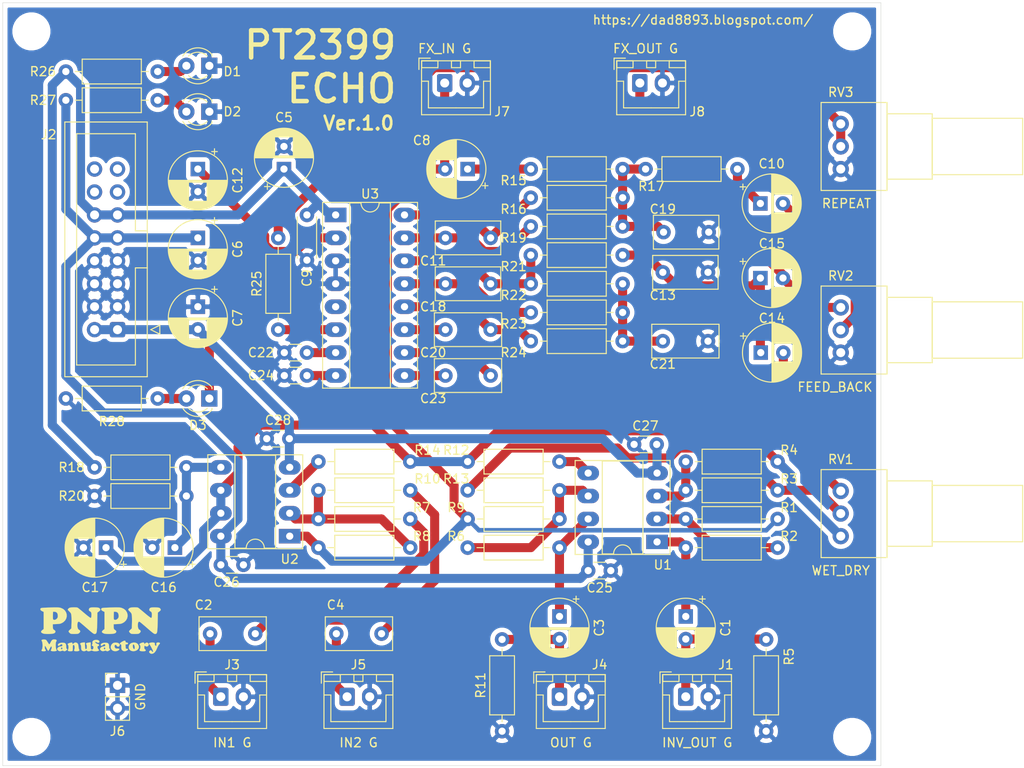
<source format=kicad_pcb>
(kicad_pcb (version 20171130) (host pcbnew "(5.1.10)-1")
  (title_block (title PT2399_Echo) (date 2021-07-11) (rev "Ver. 1.0") (company "PNPN Manufactory"))
  (layers (0 F.Cu signal) (31 B.Cu signal) (34 B.Paste user) (35 F.Paste user) (36 B.SilkS user) (37 F.SilkS user) (38 B.Mask user) (39 F.Mask user) (44 Edge.Cuts user))
  (net 0 "")
  (net 1 "Net-(C1-Pad2)")
  (net 2 "Net-(C1-Pad1)")
  (net 3 "Net-(C2-Pad2)")
  (net 4 "Net-(C2-Pad1)")
  (net 5 "Net-(C3-Pad2)")
  (net 6 "Net-(C3-Pad1)")
  (net 7 "Net-(C4-Pad2)")
  (net 8 "Net-(C4-Pad1)")
  (net 9 GND)
  (net 10 +5V)
  (net 11 +12V)
  (net 12 -12V)
  (net 13 FX_IN)
  (net 14 "Net-(C8-Pad1)")
  (net 15 "Net-(C10-Pad2)")
  (net 16 "Net-(C10-Pad1)")
  (net 17 "Net-(C11-Pad2)")
  (net 18 "Net-(C11-Pad1)")
  (net 19 "Net-(C12-Pad1)")
  (net 20 "Net-(C13-Pad2)")
  (net 21 "Net-(C14-Pad2)")
  (net 22 "Net-(C14-Pad1)")
  (net 23 "Net-(C15-Pad2)")
  (net 24 "Net-(C16-Pad1)")
  (net 25 "Net-(C18-Pad2)")
  (net 26 "Net-(C18-Pad1)")
  (net 27 "Net-(C20-Pad2)")
  (net 28 "Net-(C20-Pad1)")
  (net 29 "Net-(C21-Pad1)")
  (net 30 "Net-(C22-Pad1)")
  (net 31 "Net-(C23-Pad2)")
  (net 32 "Net-(C23-Pad1)")
  (net 33 "Net-(C24-Pad1)")
  (net 34 "Net-(D1-Pad2)")
  (net 35 "Net-(D2-Pad2)")
  (net 36 "Net-(D3-Pad2)")
  (net 37 "Net-(R1-Pad1)")
  (net 38 FX_OUT)
  (net 39 "Net-(R3-Pad1)")
  (net 40 "Net-(R13-Pad1)")
  (net 41 "Net-(R10-Pad1)")
  (net 42 "Net-(R12-Pad1)")
  (net 43 "Net-(R14-Pad1)")
  (net 44 "Net-(R25-Pad2)")
  (net 45 "Net-(R25-Pad1)")
  (net 46 VGND)
  (module myfootprint:Silk_PNPN_Manufactory_600dpi (layer F.Cu) (at 103.505 121.92)
    (fp_text reference G*** hide)
    (fp_text value LOGO hide)
  )
  (module Capacitor_THT:CP_Radial_D6.3mm_P2.50mm (layer F.Cu) (at 144.145 71.12 180)
    (fp_text reference C8 (at 5.08 3.175) (layer F.SilkS))
    (fp_text value 1u)
    (pad 2 thru_hole circle (at 2.5 0 180) (size 1.6 1.6) (drill 0.8) (layers *.Cu *.Mask) (net 13 FX_IN))
    (pad 1 thru_hole rect (at 0 0 180) (size 1.6 1.6) (drill 0.8) (layers *.Cu *.Mask) (net 14 "Net-(C8-Pad1)"))
  )
  (module Resistor_THT:R_Axial_DIN0207_L6.3mm_D2.5mm_P10.16mm_Horizontal (layer F.Cu) (at 168.275 103.505)
    (fp_text reference R4 (at 11.43 -1.27) (layer F.SilkS))
    (fp_text value 47k)
    (pad 2 thru_hole oval (at 10.16 0) (size 1.6 1.6) (drill 0.8) (layers *.Cu *.Mask) (net 46 VGND))
    (pad 1 thru_hole circle (at 0 0) (size 1.6 1.6) (drill 0.8) (layers *.Cu *.Mask) (net 39 "Net-(R3-Pad1)"))
  )
  (module Capacitor_THT:C_Rect_L7.2mm_W3.5mm_P5.00mm_FKS2_FKP2_MKS2_MKP2 (layer F.Cu) (at 146.685 93.98 180)
    (fp_text reference C23 (at 6.35 -2.54) (layer F.SilkS))
    (fp_text value 0.1u)
    (pad 2 thru_hole circle (at 5 0 180) (size 1.6 1.6) (drill 0.8) (layers *.Cu *.Mask) (net 31 "Net-(C23-Pad2)"))
    (pad 1 thru_hole circle (at 0 0 180) (size 1.6 1.6) (drill 0.8) (layers *.Cu *.Mask) (net 32 "Net-(C23-Pad1)"))
  )
  (module Capacitor_THT:C_Rect_L7.2mm_W3.5mm_P5.00mm_FKS2_FKP2_MKS2_MKP2 (layer F.Cu) (at 146.685 88.9 180)
    (fp_text reference C20 (at 6.35 -2.54) (layer F.SilkS))
    (fp_text value 0.1u)
    (pad 2 thru_hole circle (at 5 0 180) (size 1.6 1.6) (drill 0.8) (layers *.Cu *.Mask) (net 27 "Net-(C20-Pad2)"))
    (pad 1 thru_hole circle (at 0 0 180) (size 1.6 1.6) (drill 0.8) (layers *.Cu *.Mask) (net 28 "Net-(C20-Pad1)"))
  )
  (module Capacitor_THT:C_Rect_L7.0mm_W3.5mm_P5.00mm (layer F.Cu) (at 146.685 78.74 180)
    (fp_text reference C11 (at 6.35 -2.54) (layer F.SilkS))
    (fp_text value 3300p)
    (pad 2 thru_hole circle (at 5 0 180) (size 1.6 1.6) (drill 0.8) (layers *.Cu *.Mask) (net 17 "Net-(C11-Pad2)"))
    (pad 1 thru_hole circle (at 0 0 180) (size 1.6 1.6) (drill 0.8) (layers *.Cu *.Mask) (net 18 "Net-(C11-Pad1)"))
  )
  (module MountingHole:MountingHole_3.2mm_M3 (layer F.Cu) (at 186.69 133.985)
    (fp_text reference H4)
    (fp_text value MountingHole)
    (pad 1 np_thru_hole circle (at 0 0) (size 3.2 3.2) (drill 3.2) (layers *.Cu *.Mask))
  )
  (module MountingHole:MountingHole_3.2mm_M3 (layer F.Cu) (at 186.69 55.88)
    (fp_text reference H3)
    (fp_text value MountingHole)
    (pad 1 np_thru_hole circle (at 0 0) (size 3.2 3.2) (drill 3.2) (layers *.Cu *.Mask))
  )
  (module MountingHole:MountingHole_3.2mm_M3 (layer F.Cu) (at 95.885 133.985)
    (fp_text reference H2)
    (fp_text value MountingHole)
    (pad 1 np_thru_hole circle (at 0 0) (size 3.2 3.2) (drill 3.2) (layers *.Cu *.Mask))
  )
  (module MountingHole:MountingHole_3.2mm_M3 (layer F.Cu) (at 95.885 55.88)
    (fp_text reference H1)
    (fp_text value MountingHole)
    (pad 1 np_thru_hole circle (at 0 0) (size 3.2 3.2) (drill 3.2) (layers *.Cu *.Mask))
  )
  (module Capacitor_THT:C_Disc_D3.0mm_W1.6mm_P2.50mm (layer F.Cu) (at 126.365 93.98 180)
    (fp_text reference C24 (at 5.08 0) (layer F.SilkS))
    (fp_text value 0.1u)
    (pad 2 thru_hole circle (at 2.5 0 180) (size 1.6 1.6) (drill 0.8) (layers *.Cu *.Mask) (net 9 GND))
    (pad 1 thru_hole circle (at 0 0 180) (size 1.6 1.6) (drill 0.8) (layers *.Cu *.Mask) (net 33 "Net-(C24-Pad1)"))
  )
  (module Capacitor_THT:C_Disc_D3.0mm_W1.6mm_P2.50mm (layer F.Cu) (at 126.365 91.44 180)
    (fp_text reference C22 (at 5.08 0) (layer F.SilkS))
    (fp_text value 0.1u)
    (pad 2 thru_hole circle (at 2.5 0 180) (size 1.6 1.6) (drill 0.8) (layers *.Cu *.Mask) (net 9 GND))
    (pad 1 thru_hole circle (at 0 0 180) (size 1.6 1.6) (drill 0.8) (layers *.Cu *.Mask) (net 30 "Net-(C22-Pad1)"))
  )
  (module Capacitor_THT:C_Disc_D4.3mm_W1.9mm_P5.00mm (layer F.Cu) (at 126.365 76.2 270)
    (fp_text reference C9 (at 6.985 0 90) (layer F.SilkS))
    (fp_text value 0.1u)
    (pad 2 thru_hole circle (at 5 0 270) (size 1.6 1.6) (drill 0.8) (layers *.Cu *.Mask) (net 9 GND))
    (pad 1 thru_hole circle (at 0 0 270) (size 1.6 1.6) (drill 0.8) (layers *.Cu *.Mask) (net 10 +5V))
  )
  (module Capacitor_THT:CP_Radial_D6.3mm_P2.50mm (layer F.Cu) (at 104.14 113.03 180)
    (fp_text reference C17 (at 1.25 -4.4) (layer F.SilkS))
    (fp_text value 47u)
    (pad 2 thru_hole circle (at 2.5 0 180) (size 1.6 1.6) (drill 0.8) (layers *.Cu *.Mask) (net 9 GND))
    (pad 1 thru_hole rect (at 0 0 180) (size 1.6 1.6) (drill 0.8) (layers *.Cu *.Mask) (net 46 VGND))
  )
  (module Capacitor_THT:CP_Radial_D6.3mm_P2.50mm (layer F.Cu) (at 111.76 113.03 180)
    (fp_text reference C16 (at 1.25 -4.4) (layer F.SilkS))
    (fp_text value 47u)
    (pad 2 thru_hole circle (at 2.5 0 180) (size 1.6 1.6) (drill 0.8) (layers *.Cu *.Mask) (net 9 GND))
    (pad 1 thru_hole rect (at 0 0 180) (size 1.6 1.6) (drill 0.8) (layers *.Cu *.Mask) (net 24 "Net-(C16-Pad1)"))
  )
  (module Capacitor_THT:CP_Radial_D6.3mm_P2.50mm (layer F.Cu) (at 176.53 83.185)
    (fp_text reference C15 (at 1.27 -3.81) (layer F.SilkS))
    (fp_text value 1u)
    (pad 2 thru_hole circle (at 2.5 0) (size 1.6 1.6) (drill 0.8) (layers *.Cu *.Mask) (net 23 "Net-(C15-Pad2)"))
    (pad 1 thru_hole rect (at 0 0) (size 1.6 1.6) (drill 0.8) (layers *.Cu *.Mask) (net 22 "Net-(C14-Pad1)"))
  )
  (module Capacitor_THT:CP_Radial_D6.3mm_P2.50mm (layer F.Cu) (at 176.57 91.44)
    (fp_text reference C14 (at 1.23 -3.81) (layer F.SilkS))
    (fp_text value 1u)
    (pad 2 thru_hole circle (at 2.5 0) (size 1.6 1.6) (drill 0.8) (layers *.Cu *.Mask) (net 21 "Net-(C14-Pad2)"))
    (pad 1 thru_hole rect (at 0 0) (size 1.6 1.6) (drill 0.8) (layers *.Cu *.Mask) (net 22 "Net-(C14-Pad1)"))
  )
  (module Capacitor_THT:CP_Radial_D6.3mm_P2.50mm (layer F.Cu) (at 114.3 71.12 270)
    (fp_text reference C12 (at 1.25 -4.4 90) (layer F.SilkS))
    (fp_text value 47u)
    (pad 2 thru_hole circle (at 2.5 0 270) (size 1.6 1.6) (drill 0.8) (layers *.Cu *.Mask) (net 9 GND))
    (pad 1 thru_hole rect (at 0 0 270) (size 1.6 1.6) (drill 0.8) (layers *.Cu *.Mask) (net 19 "Net-(C12-Pad1)"))
  )
  (module Capacitor_THT:CP_Radial_D6.3mm_P2.50mm (layer F.Cu) (at 176.53 74.93)
    (fp_text reference C10 (at 1.25 -4.4) (layer F.SilkS))
    (fp_text value 1u)
    (pad 2 thru_hole circle (at 2.5 0) (size 1.6 1.6) (drill 0.8) (layers *.Cu *.Mask) (net 15 "Net-(C10-Pad2)"))
    (pad 1 thru_hole rect (at 0 0) (size 1.6 1.6) (drill 0.8) (layers *.Cu *.Mask) (net 16 "Net-(C10-Pad1)"))
  )
  (module Capacitor_THT:CP_Radial_D6.3mm_P2.50mm (layer F.Cu) (at 114.3 86.36 270)
    (fp_text reference C7 (at 1.25 -4.4 90) (layer F.SilkS))
    (fp_text value 47u)
    (pad 2 thru_hole circle (at 2.5 0 270) (size 1.6 1.6) (drill 0.8) (layers *.Cu *.Mask) (net 12 -12V))
    (pad 1 thru_hole rect (at 0 0 270) (size 1.6 1.6) (drill 0.8) (layers *.Cu *.Mask) (net 9 GND))
  )
  (module Capacitor_THT:CP_Radial_D6.3mm_P2.50mm (layer F.Cu) (at 114.3 78.74 270)
    (fp_text reference C6 (at 1.25 -4.4 90) (layer F.SilkS))
    (fp_text value 47u)
    (pad 2 thru_hole circle (at 2.5 0 270) (size 1.6 1.6) (drill 0.8) (layers *.Cu *.Mask) (net 9 GND))
    (pad 1 thru_hole rect (at 0 0 270) (size 1.6 1.6) (drill 0.8) (layers *.Cu *.Mask) (net 11 +12V))
  )
  (module Capacitor_THT:CP_Radial_D6.3mm_P2.50mm (layer F.Cu) (at 154.305 120.65 270)
    (fp_text reference C3 (at 1.25 -4.4 90) (layer F.SilkS))
    (fp_text value 4.7u)
    (pad 2 thru_hole circle (at 2.5 0 270) (size 1.6 1.6) (drill 0.8) (layers *.Cu *.Mask) (net 5 "Net-(C3-Pad2)"))
    (pad 1 thru_hole rect (at 0 0 270) (size 1.6 1.6) (drill 0.8) (layers *.Cu *.Mask) (net 6 "Net-(C3-Pad1)"))
  )
  (module Capacitor_THT:CP_Radial_D6.3mm_P2.50mm (layer F.Cu) (at 168.275 120.65 270)
    (fp_text reference C1 (at 1.25 -4.4 90) (layer F.SilkS))
    (fp_text value 4.7u)
    (pad 2 thru_hole circle (at 2.5 0 270) (size 1.6 1.6) (drill 0.8) (layers *.Cu *.Mask) (net 1 "Net-(C1-Pad2)"))
    (pad 1 thru_hole rect (at 0 0 270) (size 1.6 1.6) (drill 0.8) (layers *.Cu *.Mask) (net 2 "Net-(C1-Pad1)"))
  )
  (module Capacitor_THT:C_Rect_L7.2mm_W3.5mm_P5.00mm_FKS2_FKP2_MKS2_MKP2 (layer F.Cu) (at 165.735 90.17)
    (fp_text reference C21 (at 0 2.54) (layer F.SilkS))
    (fp_text value 0.01u)
    (pad 2 thru_hole circle (at 5 0) (size 1.6 1.6) (drill 0.8) (layers *.Cu *.Mask) (net 9 GND))
    (pad 1 thru_hole circle (at 0 0) (size 1.6 1.6) (drill 0.8) (layers *.Cu *.Mask) (net 29 "Net-(C21-Pad1)"))
  )
  (module Capacitor_THT:C_Rect_L7.2mm_W3.5mm_P5.00mm_FKS2_FKP2_MKS2_MKP2 (layer F.Cu) (at 134.62 122.555 180)
    (fp_text reference C4 (at 5.08 3.175) (layer F.SilkS))
    (fp_text value 0.1u)
    (pad 2 thru_hole circle (at 5 0 180) (size 1.6 1.6) (drill 0.8) (layers *.Cu *.Mask) (net 7 "Net-(C4-Pad2)"))
    (pad 1 thru_hole circle (at 0 0 180) (size 1.6 1.6) (drill 0.8) (layers *.Cu *.Mask) (net 8 "Net-(C4-Pad1)"))
  )
  (module Capacitor_THT:C_Rect_L7.2mm_W3.5mm_P5.00mm_FKS2_FKP2_MKS2_MKP2 (layer F.Cu) (at 120.65 122.555 180)
    (fp_text reference C2 (at 5.715 3.175) (layer F.SilkS))
    (fp_text value 0.1u)
    (pad 2 thru_hole circle (at 5 0 180) (size 1.6 1.6) (drill 0.8) (layers *.Cu *.Mask) (net 3 "Net-(C2-Pad2)"))
    (pad 1 thru_hole circle (at 0 0 180) (size 1.6 1.6) (drill 0.8) (layers *.Cu *.Mask) (net 4 "Net-(C2-Pad1)"))
  )
  (module Capacitor_THT:C_Disc_D3.0mm_W1.6mm_P2.50mm (layer F.Cu) (at 121.92 100.965)
    (fp_text reference C28 (at 1.25 -2.05) (layer F.SilkS))
    (fp_text value 0.1u)
    (pad 2 thru_hole circle (at 2.5 0) (size 1.6 1.6) (drill 0.8) (layers *.Cu *.Mask) (net 12 -12V))
    (pad 1 thru_hole circle (at 0 0) (size 1.6 1.6) (drill 0.8) (layers *.Cu *.Mask) (net 9 GND))
  )
  (module Capacitor_THT:C_Disc_D3.0mm_W1.6mm_P2.50mm (layer F.Cu) (at 162.56 101.6)
    (fp_text reference C27 (at 1.25 -2.05) (layer F.SilkS))
    (fp_text value 0.1u)
    (pad 2 thru_hole circle (at 2.5 0) (size 1.6 1.6) (drill 0.8) (layers *.Cu *.Mask) (net 12 -12V))
    (pad 1 thru_hole circle (at 0 0) (size 1.6 1.6) (drill 0.8) (layers *.Cu *.Mask) (net 9 GND))
  )
  (module Capacitor_THT:C_Disc_D3.0mm_W1.6mm_P2.50mm (layer F.Cu) (at 116.84 114.935)
    (fp_text reference C26 (at 0.635 1.905) (layer F.SilkS))
    (fp_text value 0.1u)
    (pad 2 thru_hole circle (at 2.5 0) (size 1.6 1.6) (drill 0.8) (layers *.Cu *.Mask) (net 9 GND))
    (pad 1 thru_hole circle (at 0 0) (size 1.6 1.6) (drill 0.8) (layers *.Cu *.Mask) (net 11 +12V))
  )
  (module Capacitor_THT:C_Disc_D3.0mm_W1.6mm_P2.50mm (layer F.Cu) (at 157.48 115.57)
    (fp_text reference C25 (at 1.27 1.905) (layer F.SilkS))
    (fp_text value 0.1u)
    (pad 2 thru_hole circle (at 2.5 0) (size 1.6 1.6) (drill 0.8) (layers *.Cu *.Mask) (net 9 GND))
    (pad 1 thru_hole circle (at 0 0) (size 1.6 1.6) (drill 0.8) (layers *.Cu *.Mask) (net 11 +12V))
  )
  (module Capacitor_THT:C_Rect_L7.0mm_W3.5mm_P5.00mm (layer F.Cu) (at 165.735 82.55)
    (fp_text reference C19 (at 0 -6.985) (layer F.SilkS))
    (fp_text value 4700p)
    (pad 2 thru_hole circle (at 5 0) (size 1.6 1.6) (drill 0.8) (layers *.Cu *.Mask) (net 9 GND))
    (pad 1 thru_hole circle (at 0 0) (size 1.6 1.6) (drill 0.8) (layers *.Cu *.Mask) (net 22 "Net-(C14-Pad1)"))
  )
  (module Capacitor_THT:C_Rect_L7.0mm_W3.5mm_P5.00mm (layer F.Cu) (at 146.685 83.82 180)
    (fp_text reference C18 (at 6.35 -2.54) (layer F.SilkS))
    (fp_text value 3300p)
    (pad 2 thru_hole circle (at 5 0 180) (size 1.6 1.6) (drill 0.8) (layers *.Cu *.Mask) (net 25 "Net-(C18-Pad2)"))
    (pad 1 thru_hole circle (at 0 0 180) (size 1.6 1.6) (drill 0.8) (layers *.Cu *.Mask) (net 26 "Net-(C18-Pad1)"))
  )
  (module Package_DIP:DIP-16_W7.62mm_Socket_LongPads (layer F.Cu) (at 129.54 76.2)
    (fp_text reference U3 (at 3.81 -2.33) (layer F.SilkS))
    (fp_text value PT2399)
    (pad 16 thru_hole oval (at 7.62 0) (size 2.4 1.6) (drill 0.8) (layers *.Cu *.Mask) (net 18 "Net-(C11-Pad1)"))
    (pad 8 thru_hole oval (at 0 17.78) (size 2.4 1.6) (drill 0.8) (layers *.Cu *.Mask) (net 33 "Net-(C24-Pad1)"))
    (pad 15 thru_hole oval (at 7.62 2.54) (size 2.4 1.6) (drill 0.8) (layers *.Cu *.Mask) (net 17 "Net-(C11-Pad2)"))
    (pad 7 thru_hole oval (at 0 15.24) (size 2.4 1.6) (drill 0.8) (layers *.Cu *.Mask) (net 30 "Net-(C22-Pad1)"))
    (pad 14 thru_hole oval (at 7.62 5.08) (size 2.4 1.6) (drill 0.8) (layers *.Cu *.Mask) (net 26 "Net-(C18-Pad1)"))
    (pad 6 thru_hole oval (at 0 12.7) (size 2.4 1.6) (drill 0.8) (layers *.Cu *.Mask) (net 45 "Net-(R25-Pad1)"))
    (pad 13 thru_hole oval (at 7.62 7.62) (size 2.4 1.6) (drill 0.8) (layers *.Cu *.Mask) (net 25 "Net-(C18-Pad2)"))
    (pad 5 thru_hole oval (at 0 10.16) (size 2.4 1.6) (drill 0.8) (layers *.Cu *.Mask))
    (pad 12 thru_hole oval (at 7.62 10.16) (size 2.4 1.6) (drill 0.8) (layers *.Cu *.Mask) (net 28 "Net-(C20-Pad1)"))
    (pad 4 thru_hole oval (at 0 7.62) (size 2.4 1.6) (drill 0.8) (layers *.Cu *.Mask) (net 9 GND))
    (pad 11 thru_hole oval (at 7.62 12.7) (size 2.4 1.6) (drill 0.8) (layers *.Cu *.Mask) (net 27 "Net-(C20-Pad2)"))
    (pad 3 thru_hole oval (at 0 5.08) (size 2.4 1.6) (drill 0.8) (layers *.Cu *.Mask) (net 9 GND))
    (pad 10 thru_hole oval (at 7.62 15.24) (size 2.4 1.6) (drill 0.8) (layers *.Cu *.Mask) (net 32 "Net-(C23-Pad1)"))
    (pad 2 thru_hole oval (at 0 2.54) (size 2.4 1.6) (drill 0.8) (layers *.Cu *.Mask) (net 19 "Net-(C12-Pad1)"))
    (pad 9 thru_hole oval (at 7.62 17.78) (size 2.4 1.6) (drill 0.8) (layers *.Cu *.Mask) (net 31 "Net-(C23-Pad2)"))
    (pad 1 thru_hole rect (at 0 0) (size 2.4 1.6) (drill 0.8) (layers *.Cu *.Mask) (net 10 +5V))
  )
  (module Package_DIP:DIP-8_W7.62mm_Socket_LongPads (layer F.Cu) (at 124.46 111.76 180)
    (fp_text reference U2 (at 0 -2.54) (layer F.SilkS))
    (fp_text value NJM4580)
    (pad 8 thru_hole oval (at 7.62 0 180) (size 2.4 1.6) (drill 0.8) (layers *.Cu *.Mask) (net 11 +12V))
    (pad 4 thru_hole oval (at 0 7.62 180) (size 2.4 1.6) (drill 0.8) (layers *.Cu *.Mask) (net 12 -12V))
    (pad 7 thru_hole oval (at 7.62 2.54 180) (size 2.4 1.6) (drill 0.8) (layers *.Cu *.Mask) (net 46 VGND))
    (pad 3 thru_hole oval (at 0 5.08 180) (size 2.4 1.6) (drill 0.8) (layers *.Cu *.Mask) (net 43 "Net-(R14-Pad1)"))
    (pad 6 thru_hole oval (at 7.62 5.08 180) (size 2.4 1.6) (drill 0.8) (layers *.Cu *.Mask) (net 46 VGND))
    (pad 2 thru_hole oval (at 0 2.54 180) (size 2.4 1.6) (drill 0.8) (layers *.Cu *.Mask) (net 41 "Net-(R10-Pad1)"))
    (pad 5 thru_hole oval (at 7.62 7.62 180) (size 2.4 1.6) (drill 0.8) (layers *.Cu *.Mask) (net 24 "Net-(C16-Pad1)"))
    (pad 1 thru_hole rect (at 0 0 180) (size 2.4 1.6) (drill 0.8) (layers *.Cu *.Mask) (net 13 FX_IN))
  )
  (module Package_DIP:DIP-8_W7.62mm_Socket_LongPads (layer F.Cu) (at 165.1 112.395 180)
    (fp_text reference U1 (at -0.635 -2.54) (layer F.SilkS))
    (fp_text value NJM4580)
    (pad 8 thru_hole oval (at 7.62 0 180) (size 2.4 1.6) (drill 0.8) (layers *.Cu *.Mask) (net 11 +12V))
    (pad 4 thru_hole oval (at 0 7.62 180) (size 2.4 1.6) (drill 0.8) (layers *.Cu *.Mask) (net 12 -12V))
    (pad 7 thru_hole oval (at 7.62 2.54 180) (size 2.4 1.6) (drill 0.8) (layers *.Cu *.Mask) (net 6 "Net-(C3-Pad1)"))
    (pad 3 thru_hole oval (at 0 5.08 180) (size 2.4 1.6) (drill 0.8) (layers *.Cu *.Mask) (net 39 "Net-(R3-Pad1)"))
    (pad 6 thru_hole oval (at 7.62 5.08 180) (size 2.4 1.6) (drill 0.8) (layers *.Cu *.Mask) (net 40 "Net-(R13-Pad1)"))
    (pad 2 thru_hole oval (at 0 2.54 180) (size 2.4 1.6) (drill 0.8) (layers *.Cu *.Mask) (net 37 "Net-(R1-Pad1)"))
    (pad 5 thru_hole oval (at 7.62 7.62 180) (size 2.4 1.6) (drill 0.8) (layers *.Cu *.Mask) (net 42 "Net-(R12-Pad1)"))
    (pad 1 thru_hole rect (at 0 0 180) (size 2.4 1.6) (drill 0.8) (layers *.Cu *.Mask) (net 2 "Net-(C1-Pad1)"))
  )
  (module Potentiometer_THT:Potentiometer_Alps_RK097_Single_Horizontal (layer F.Cu) (at 185.42 71.12)
    (fp_text reference RV3 (at 0 -8.5) (layer F.SilkS))
    (fp_text value 50kB)
    (pad 1 thru_hole circle (at 0 0) (size 1.8 1.8) (drill 1) (layers *.Cu *.Mask) (net 9 GND))
    (pad 2 thru_hole circle (at 0 -2.5) (size 1.8 1.8) (drill 1) (layers *.Cu *.Mask) (net 44 "Net-(R25-Pad2)"))
    (pad 3 thru_hole circle (at 0 -5) (size 1.8 1.8) (drill 1) (layers *.Cu *.Mask) (net 44 "Net-(R25-Pad2)"))
  )
  (module Potentiometer_THT:Potentiometer_Alps_RK097_Single_Horizontal (layer F.Cu) (at 185.42 91.44)
    (fp_text reference RV2 (at 0 -8.5) (layer F.SilkS))
    (fp_text value 100kB)
    (pad 1 thru_hole circle (at 0 0) (size 1.8 1.8) (drill 1) (layers *.Cu *.Mask) (net 9 GND))
    (pad 2 thru_hole circle (at 0 -2.5) (size 1.8 1.8) (drill 1) (layers *.Cu *.Mask) (net 15 "Net-(C10-Pad2)"))
    (pad 3 thru_hole circle (at 0 -5) (size 1.8 1.8) (drill 1) (layers *.Cu *.Mask) (net 23 "Net-(C15-Pad2)"))
  )
  (module Potentiometer_THT:Potentiometer_Alps_RK097_Single_Horizontal (layer F.Cu) (at 185.42 111.76)
    (fp_text reference RV1 (at 0 -8.5) (layer F.SilkS))
    (fp_text value 100kB)
    (pad 1 thru_hole circle (at 0 0) (size 1.8 1.8) (drill 1) (layers *.Cu *.Mask) (net 46 VGND))
    (pad 2 thru_hole circle (at 0 -2.5) (size 1.8 1.8) (drill 1) (layers *.Cu *.Mask) (net 38 FX_OUT))
    (pad 3 thru_hole circle (at 0 -5) (size 1.8 1.8) (drill 1) (layers *.Cu *.Mask) (net 21 "Net-(C14-Pad2)"))
  )
  (module Resistor_THT:R_Axial_DIN0207_L6.3mm_D2.5mm_P10.16mm_Horizontal (layer F.Cu) (at 99.695 96.52)
    (fp_text reference R28 (at 5.08 2.54) (layer F.SilkS))
    (fp_text value 4.7k)
    (pad 2 thru_hole oval (at 10.16 0) (size 1.6 1.6) (drill 0.8) (layers *.Cu *.Mask) (net 36 "Net-(D3-Pad2)"))
    (pad 1 thru_hole circle (at 0 0) (size 1.6 1.6) (drill 0.8) (layers *.Cu *.Mask) (net 9 GND))
  )
  (module Resistor_THT:R_Axial_DIN0207_L6.3mm_D2.5mm_P10.16mm_Horizontal (layer F.Cu) (at 99.695 63.5)
    (fp_text reference R27 (at -2.54 0) (layer F.SilkS))
    (fp_text value 4.7k)
    (pad 2 thru_hole oval (at 10.16 0) (size 1.6 1.6) (drill 0.8) (layers *.Cu *.Mask) (net 35 "Net-(D2-Pad2)"))
    (pad 1 thru_hole circle (at 0 0) (size 1.6 1.6) (drill 0.8) (layers *.Cu *.Mask) (net 11 +12V))
  )
  (module Resistor_THT:R_Axial_DIN0207_L6.3mm_D2.5mm_P10.16mm_Horizontal (layer F.Cu) (at 99.695 60.325)
    (fp_text reference R26 (at -2.54 0) (layer F.SilkS))
    (fp_text value 1k)
    (pad 2 thru_hole oval (at 10.16 0) (size 1.6 1.6) (drill 0.8) (layers *.Cu *.Mask) (net 34 "Net-(D1-Pad2)"))
    (pad 1 thru_hole circle (at 0 0) (size 1.6 1.6) (drill 0.8) (layers *.Cu *.Mask) (net 10 +5V))
  )
  (module Resistor_THT:R_Axial_DIN0207_L6.3mm_D2.5mm_P10.16mm_Horizontal (layer F.Cu) (at 123.19 88.9 90)
    (fp_text reference R25 (at 5.08 -2.37 90) (layer F.SilkS))
    (fp_text value 1k)
    (pad 2 thru_hole oval (at 10.16 0 90) (size 1.6 1.6) (drill 0.8) (layers *.Cu *.Mask) (net 44 "Net-(R25-Pad2)"))
    (pad 1 thru_hole circle (at 0 0 90) (size 1.6 1.6) (drill 0.8) (layers *.Cu *.Mask) (net 45 "Net-(R25-Pad1)"))
  )
  (module Resistor_THT:R_Axial_DIN0207_L6.3mm_D2.5mm_P10.16mm_Horizontal (layer F.Cu) (at 161.29 90.17 180)
    (fp_text reference R24 (at 12.065 -1.27) (layer F.SilkS))
    (fp_text value 10k)
    (pad 2 thru_hole oval (at 10.16 0 180) (size 1.6 1.6) (drill 0.8) (layers *.Cu *.Mask) (net 28 "Net-(C20-Pad1)"))
    (pad 1 thru_hole circle (at 0 0 180) (size 1.6 1.6) (drill 0.8) (layers *.Cu *.Mask) (net 29 "Net-(C21-Pad1)"))
  )
  (module Resistor_THT:R_Axial_DIN0207_L6.3mm_D2.5mm_P10.16mm_Horizontal (layer F.Cu) (at 161.29 86.995 180)
    (fp_text reference R23 (at 12.065 -1.27) (layer F.SilkS))
    (fp_text value 10k)
    (pad 2 thru_hole oval (at 10.16 0 180) (size 1.6 1.6) (drill 0.8) (layers *.Cu *.Mask) (net 25 "Net-(C18-Pad2)"))
    (pad 1 thru_hole circle (at 0 0 180) (size 1.6 1.6) (drill 0.8) (layers *.Cu *.Mask) (net 29 "Net-(C21-Pad1)"))
  )
  (module Resistor_THT:R_Axial_DIN0207_L6.3mm_D2.5mm_P10.16mm_Horizontal (layer F.Cu) (at 161.29 83.82 180)
    (fp_text reference R22 (at 12.065 -1.27) (layer F.SilkS))
    (fp_text value 15k)
    (pad 2 thru_hole oval (at 10.16 0 180) (size 1.6 1.6) (drill 0.8) (layers *.Cu *.Mask) (net 26 "Net-(C18-Pad1)"))
    (pad 1 thru_hole circle (at 0 0 180) (size 1.6 1.6) (drill 0.8) (layers *.Cu *.Mask) (net 29 "Net-(C21-Pad1)"))
  )
  (module Resistor_THT:R_Axial_DIN0207_L6.3mm_D2.5mm_P10.16mm_Horizontal (layer F.Cu) (at 161.29 80.645 180)
    (fp_text reference R21 (at 12.065 -1.27) (layer F.SilkS))
    (fp_text value 1k)
    (pad 2 thru_hole oval (at 10.16 0 180) (size 1.6 1.6) (drill 0.8) (layers *.Cu *.Mask) (net 26 "Net-(C18-Pad1)"))
    (pad 1 thru_hole circle (at 0 0 180) (size 1.6 1.6) (drill 0.8) (layers *.Cu *.Mask) (net 22 "Net-(C14-Pad1)"))
  )
  (module Resistor_THT:R_Axial_DIN0207_L6.3mm_D2.5mm_P10.16mm_Horizontal (layer F.Cu) (at 102.87 107.315)
    (fp_text reference R20 (at -2.54 0) (layer F.SilkS))
    (fp_text value 100k)
    (pad 2 thru_hole oval (at 10.16 0) (size 1.6 1.6) (drill 0.8) (layers *.Cu *.Mask) (net 24 "Net-(C16-Pad1)"))
    (pad 1 thru_hole circle (at 0 0) (size 1.6 1.6) (drill 0.8) (layers *.Cu *.Mask) (net 9 GND))
  )
  (module Resistor_THT:R_Axial_DIN0207_L6.3mm_D2.5mm_P10.16mm_Horizontal (layer F.Cu) (at 161.29 77.47 180)
    (fp_text reference R19 (at 12.065 -1.27) (layer F.SilkS))
    (fp_text value 10k)
    (pad 2 thru_hole oval (at 10.16 0 180) (size 1.6 1.6) (drill 0.8) (layers *.Cu *.Mask) (net 17 "Net-(C11-Pad2)"))
    (pad 1 thru_hole circle (at 0 0 180) (size 1.6 1.6) (drill 0.8) (layers *.Cu *.Mask) (net 20 "Net-(C13-Pad2)"))
  )
  (module Resistor_THT:R_Axial_DIN0207_L6.3mm_D2.5mm_P10.16mm_Horizontal (layer F.Cu) (at 113.03 104.14 180)
    (fp_text reference R18 (at 12.7 0) (layer F.SilkS))
    (fp_text value 100k)
    (pad 2 thru_hole oval (at 10.16 0 180) (size 1.6 1.6) (drill 0.8) (layers *.Cu *.Mask) (net 10 +5V))
    (pad 1 thru_hole circle (at 0 0 180) (size 1.6 1.6) (drill 0.8) (layers *.Cu *.Mask) (net 24 "Net-(C16-Pad1)"))
  )
  (module Resistor_THT:R_Axial_DIN0207_L6.3mm_D2.5mm_P10.16mm_Horizontal (layer F.Cu) (at 173.99 71.12 180)
    (fp_text reference R17 (at 9.525 -1.905) (layer F.SilkS))
    (fp_text value 15k)
    (pad 2 thru_hole oval (at 10.16 0 180) (size 1.6 1.6) (drill 0.8) (layers *.Cu *.Mask) (net 20 "Net-(C13-Pad2)"))
    (pad 1 thru_hole circle (at 0 0 180) (size 1.6 1.6) (drill 0.8) (layers *.Cu *.Mask) (net 16 "Net-(C10-Pad1)"))
  )
  (module Resistor_THT:R_Axial_DIN0207_L6.3mm_D2.5mm_P10.16mm_Horizontal (layer F.Cu) (at 161.29 74.295 180)
    (fp_text reference R16 (at 12.065 -1.27) (layer F.SilkS))
    (fp_text value 10k)
    (pad 2 thru_hole oval (at 10.16 0 180) (size 1.6 1.6) (drill 0.8) (layers *.Cu *.Mask) (net 18 "Net-(C11-Pad1)"))
    (pad 1 thru_hole circle (at 0 0 180) (size 1.6 1.6) (drill 0.8) (layers *.Cu *.Mask) (net 20 "Net-(C13-Pad2)"))
  )
  (module Resistor_THT:R_Axial_DIN0207_L6.3mm_D2.5mm_P10.16mm_Horizontal (layer F.Cu) (at 161.29 71.12 180)
    (fp_text reference R15 (at 12.065 -1.27) (layer F.SilkS))
    (fp_text value 15k)
    (pad 2 thru_hole oval (at 10.16 0 180) (size 1.6 1.6) (drill 0.8) (layers *.Cu *.Mask) (net 14 "Net-(C8-Pad1)"))
    (pad 1 thru_hole circle (at 0 0 180) (size 1.6 1.6) (drill 0.8) (layers *.Cu *.Mask) (net 20 "Net-(C13-Pad2)"))
  )
  (module Resistor_THT:R_Axial_DIN0207_L6.3mm_D2.5mm_P10.16mm_Horizontal (layer F.Cu) (at 127.635 103.505)
    (fp_text reference R14 (at 12.065 -1.27) (layer F.SilkS))
    (fp_text value 68k)
    (pad 2 thru_hole oval (at 10.16 0) (size 1.6 1.6) (drill 0.8) (layers *.Cu *.Mask) (net 46 VGND))
    (pad 1 thru_hole circle (at 0 0) (size 1.6 1.6) (drill 0.8) (layers *.Cu *.Mask) (net 43 "Net-(R14-Pad1)"))
  )
  (module Resistor_THT:R_Axial_DIN0207_L6.3mm_D2.5mm_P10.16mm_Horizontal (layer F.Cu) (at 154.305 106.68 180)
    (fp_text reference R13 (at 11.43 1.27) (layer F.SilkS))
    (fp_text value 47k)
    (pad 2 thru_hole oval (at 10.16 0 180) (size 1.6 1.6) (drill 0.8) (layers *.Cu *.Mask) (net 38 FX_OUT))
    (pad 1 thru_hole circle (at 0 0 180) (size 1.6 1.6) (drill 0.8) (layers *.Cu *.Mask) (net 40 "Net-(R13-Pad1)"))
  )
  (module Resistor_THT:R_Axial_DIN0207_L6.3mm_D2.5mm_P10.16mm_Horizontal (layer F.Cu) (at 154.305 103.505 180)
    (fp_text reference R12 (at 11.43 1.27) (layer F.SilkS))
    (fp_text value 47k)
    (pad 2 thru_hole oval (at 10.16 0 180) (size 1.6 1.6) (drill 0.8) (layers *.Cu *.Mask) (net 46 VGND))
    (pad 1 thru_hole circle (at 0 0 180) (size 1.6 1.6) (drill 0.8) (layers *.Cu *.Mask) (net 42 "Net-(R12-Pad1)"))
  )
  (module Resistor_THT:R_Axial_DIN0207_L6.3mm_D2.5mm_P10.16mm_Horizontal (layer F.Cu) (at 147.955 133.35 90)
    (fp_text reference R11 (at 5.08 -2.37 90) (layer F.SilkS))
    (fp_text value 100k)
    (pad 2 thru_hole oval (at 10.16 0 90) (size 1.6 1.6) (drill 0.8) (layers *.Cu *.Mask) (net 5 "Net-(C3-Pad2)"))
    (pad 1 thru_hole circle (at 0 0 90) (size 1.6 1.6) (drill 0.8) (layers *.Cu *.Mask) (net 9 GND))
  )
  (module Resistor_THT:R_Axial_DIN0207_L6.3mm_D2.5mm_P10.16mm_Horizontal (layer F.Cu) (at 127.635 106.68)
    (fp_text reference R10 (at 12.065 -1.27) (layer F.SilkS))
    (fp_text value 470k)
    (pad 2 thru_hole oval (at 10.16 0) (size 1.6 1.6) (drill 0.8) (layers *.Cu *.Mask) (net 8 "Net-(C4-Pad1)"))
    (pad 1 thru_hole circle (at 0 0) (size 1.6 1.6) (drill 0.8) (layers *.Cu *.Mask) (net 41 "Net-(R10-Pad1)"))
  )
  (module Resistor_THT:R_Axial_DIN0207_L6.3mm_D2.5mm_P10.16mm_Horizontal (layer F.Cu) (at 154.305 109.855 180)
    (fp_text reference R9 (at 11.43 1.27) (layer F.SilkS))
    (fp_text value 47k)
    (pad 2 thru_hole oval (at 10.16 0 180) (size 1.6 1.6) (drill 0.8) (layers *.Cu *.Mask) (net 13 FX_IN))
    (pad 1 thru_hole circle (at 0 0 180) (size 1.6 1.6) (drill 0.8) (layers *.Cu *.Mask) (net 40 "Net-(R13-Pad1)"))
  )
  (module Resistor_THT:R_Axial_DIN0207_L6.3mm_D2.5mm_P10.16mm_Horizontal (layer F.Cu) (at 127.635 113.03)
    (fp_text reference R8 (at 11.43 -1.27) (layer F.SilkS))
    (fp_text value 100k)
    (pad 2 thru_hole oval (at 10.16 0) (size 1.6 1.6) (drill 0.8) (layers *.Cu *.Mask) (net 41 "Net-(R10-Pad1)"))
    (pad 1 thru_hole circle (at 0 0) (size 1.6 1.6) (drill 0.8) (layers *.Cu *.Mask) (net 13 FX_IN))
  )
  (module Resistor_THT:R_Axial_DIN0207_L6.3mm_D2.5mm_P10.16mm_Horizontal (layer F.Cu) (at 127.635 109.855)
    (fp_text reference R7 (at 11.43 -1.27) (layer F.SilkS))
    (fp_text value 470k)
    (pad 2 thru_hole oval (at 10.16 0) (size 1.6 1.6) (drill 0.8) (layers *.Cu *.Mask) (net 4 "Net-(C2-Pad1)"))
    (pad 1 thru_hole circle (at 0 0) (size 1.6 1.6) (drill 0.8) (layers *.Cu *.Mask) (net 41 "Net-(R10-Pad1)"))
  )
  (module Resistor_THT:R_Axial_DIN0207_L6.3mm_D2.5mm_P10.16mm_Horizontal (layer F.Cu) (at 154.305 113.03 180)
    (fp_text reference R6 (at 11.43 1.27) (layer F.SilkS))
    (fp_text value 220k)
    (pad 2 thru_hole oval (at 10.16 0 180) (size 1.6 1.6) (drill 0.8) (layers *.Cu *.Mask) (net 40 "Net-(R13-Pad1)"))
    (pad 1 thru_hole circle (at 0 0 180) (size 1.6 1.6) (drill 0.8) (layers *.Cu *.Mask) (net 6 "Net-(C3-Pad1)"))
  )
  (module Resistor_THT:R_Axial_DIN0207_L6.3mm_D2.5mm_P10.16mm_Horizontal (layer F.Cu) (at 177.165 133.35 90)
    (fp_text reference R5 (at 8.255 2.54 90) (layer F.SilkS))
    (fp_text value 100k)
    (pad 2 thru_hole oval (at 10.16 0 90) (size 1.6 1.6) (drill 0.8) (layers *.Cu *.Mask) (net 1 "Net-(C1-Pad2)"))
    (pad 1 thru_hole circle (at 0 0 90) (size 1.6 1.6) (drill 0.8) (layers *.Cu *.Mask) (net 9 GND))
  )
  (module Resistor_THT:R_Axial_DIN0207_L6.3mm_D2.5mm_P10.16mm_Horizontal (layer F.Cu) (at 168.275 106.68)
    (fp_text reference R3 (at 11.43 -1.27) (layer F.SilkS))
    (fp_text value 47k)
    (pad 2 thru_hole oval (at 10.16 0) (size 1.6 1.6) (drill 0.8) (layers *.Cu *.Mask) (net 38 FX_OUT))
    (pad 1 thru_hole circle (at 0 0) (size 1.6 1.6) (drill 0.8) (layers *.Cu *.Mask) (net 39 "Net-(R3-Pad1)"))
  )
  (module Resistor_THT:R_Axial_DIN0207_L6.3mm_D2.5mm_P10.16mm_Horizontal (layer F.Cu) (at 168.275 113.03)
    (fp_text reference R2 (at 11.43 -1.27) (layer F.SilkS))
    (fp_text value 220k)
    (pad 2 thru_hole oval (at 10.16 0) (size 1.6 1.6) (drill 0.8) (layers *.Cu *.Mask) (net 37 "Net-(R1-Pad1)"))
    (pad 1 thru_hole circle (at 0 0) (size 1.6 1.6) (drill 0.8) (layers *.Cu *.Mask) (net 2 "Net-(C1-Pad1)"))
  )
  (module Resistor_THT:R_Axial_DIN0207_L6.3mm_D2.5mm_P10.16mm_Horizontal (layer F.Cu) (at 168.275 109.855)
    (fp_text reference R1 (at 11.43 -1.27) (layer F.SilkS))
    (fp_text value 47k)
    (pad 2 thru_hole oval (at 10.16 0) (size 1.6 1.6) (drill 0.8) (layers *.Cu *.Mask) (net 13 FX_IN))
    (pad 1 thru_hole circle (at 0 0) (size 1.6 1.6) (drill 0.8) (layers *.Cu *.Mask) (net 37 "Net-(R1-Pad1)"))
  )
  (module Connector_JST:JST_XH_B2B-XH-A_1x02_P2.50mm_Vertical (layer F.Cu) (at 163.195 61.595)
    (fp_text reference J8 (at 6.35 3.175) (layer F.SilkS))
    (fp_text value FX_OUT)
    (pad 2 thru_hole oval (at 2.5 0) (size 1.7 2) (drill 1) (layers *.Cu *.Mask) (net 9 GND))
    (pad 1 thru_hole roundrect (at 0 0) (size 1.7 2) (drill 1) (layers *.Cu *.Mask) (roundrect_rratio 0.147059) (net 23 "Net-(C15-Pad2)"))
  )
  (module Connector_JST:JST_XH_B2B-XH-A_1x02_P2.50mm_Vertical (layer F.Cu) (at 141.605 61.595)
    (fp_text reference J7 (at 6.35 3.175) (layer F.SilkS))
    (fp_text value FX_IN)
    (pad 2 thru_hole oval (at 2.5 0) (size 1.7 2) (drill 1) (layers *.Cu *.Mask) (net 9 GND))
    (pad 1 thru_hole roundrect (at 0 0) (size 1.7 2) (drill 1) (layers *.Cu *.Mask) (roundrect_rratio 0.147059) (net 13 FX_IN))
  )
  (module Connector_PinHeader_2.54mm:PinHeader_1x02_P2.54mm_Vertical (layer F.Cu) (at 105.41 128.27)
    (fp_text reference J6 (at 0 5.08) (layer F.SilkS))
    (fp_text value TP_GND)
    (pad 2 thru_hole oval (at 0 2.54) (size 1.7 1.7) (drill 1) (layers *.Cu *.Mask) (net 9 GND))
    (pad 1 thru_hole rect (at 0 0) (size 1.7 1.7) (drill 1) (layers *.Cu *.Mask) (net 9 GND))
  )
  (module Connector_JST:JST_XH_B2B-XH-A_1x02_P2.50mm_Vertical (layer F.Cu) (at 130.81 129.54)
    (fp_text reference J5 (at 1.25 -3.55) (layer F.SilkS))
    (fp_text value IN2)
    (pad 2 thru_hole oval (at 2.5 0) (size 1.7 2) (drill 1) (layers *.Cu *.Mask) (net 9 GND))
    (pad 1 thru_hole roundrect (at 0 0) (size 1.7 2) (drill 1) (layers *.Cu *.Mask) (roundrect_rratio 0.147059) (net 7 "Net-(C4-Pad2)"))
  )
  (module Connector_JST:JST_XH_B2B-XH-A_1x02_P2.50mm_Vertical (layer F.Cu) (at 154.305 129.54)
    (fp_text reference J4 (at 4.445 -3.55) (layer F.SilkS))
    (fp_text value OUT)
    (pad 2 thru_hole oval (at 2.5 0) (size 1.7 2) (drill 1) (layers *.Cu *.Mask) (net 9 GND))
    (pad 1 thru_hole roundrect (at 0 0) (size 1.7 2) (drill 1) (layers *.Cu *.Mask) (roundrect_rratio 0.147059) (net 5 "Net-(C3-Pad2)"))
  )
  (module Connector_JST:JST_XH_B2B-XH-A_1x02_P2.50mm_Vertical (layer F.Cu) (at 116.84 129.54)
    (fp_text reference J3 (at 1.25 -3.55) (layer F.SilkS))
    (fp_text value IN1)
    (pad 2 thru_hole oval (at 2.5 0) (size 1.7 2) (drill 1) (layers *.Cu *.Mask) (net 9 GND))
    (pad 1 thru_hole roundrect (at 0 0) (size 1.7 2) (drill 1) (layers *.Cu *.Mask) (roundrect_rratio 0.147059) (net 3 "Net-(C2-Pad2)"))
  )
  (module Connector_IDC:IDC-Header_2x08_P2.54mm_Vertical (layer F.Cu) (at 105.41 88.9 180)
    (fp_text reference J2 (at 7.62 21.59) (layer F.SilkS))
    (fp_text value ERK_PWR)
    (pad 16 thru_hole circle (at 2.54 17.78 180) (size 1.7 1.7) (drill 1) (layers *.Cu *.Mask))
    (pad 14 thru_hole circle (at 2.54 15.24 180) (size 1.7 1.7) (drill 1) (layers *.Cu *.Mask))
    (pad 12 thru_hole circle (at 2.54 12.7 180) (size 1.7 1.7) (drill 1) (layers *.Cu *.Mask) (net 10 +5V))
    (pad 10 thru_hole circle (at 2.54 10.16 180) (size 1.7 1.7) (drill 1) (layers *.Cu *.Mask) (net 11 +12V))
    (pad 8 thru_hole circle (at 2.54 7.62 180) (size 1.7 1.7) (drill 1) (layers *.Cu *.Mask) (net 9 GND))
    (pad 6 thru_hole circle (at 2.54 5.08 180) (size 1.7 1.7) (drill 1) (layers *.Cu *.Mask) (net 9 GND))
    (pad 4 thru_hole circle (at 2.54 2.54 180) (size 1.7 1.7) (drill 1) (layers *.Cu *.Mask) (net 9 GND))
    (pad 2 thru_hole circle (at 2.54 0 180) (size 1.7 1.7) (drill 1) (layers *.Cu *.Mask) (net 12 -12V))
    (pad 15 thru_hole circle (at 0 17.78 180) (size 1.7 1.7) (drill 1) (layers *.Cu *.Mask))
    (pad 13 thru_hole circle (at 0 15.24 180) (size 1.7 1.7) (drill 1) (layers *.Cu *.Mask))
    (pad 11 thru_hole circle (at 0 12.7 180) (size 1.7 1.7) (drill 1) (layers *.Cu *.Mask) (net 10 +5V))
    (pad 9 thru_hole circle (at 0 10.16 180) (size 1.7 1.7) (drill 1) (layers *.Cu *.Mask) (net 11 +12V))
    (pad 7 thru_hole circle (at 0 7.62 180) (size 1.7 1.7) (drill 1) (layers *.Cu *.Mask) (net 9 GND))
    (pad 5 thru_hole circle (at 0 5.08 180) (size 1.7 1.7) (drill 1) (layers *.Cu *.Mask) (net 9 GND))
    (pad 3 thru_hole circle (at 0 2.54 180) (size 1.7 1.7) (drill 1) (layers *.Cu *.Mask) (net 9 GND))
    (pad 1 thru_hole roundrect (at 0 0 180) (size 1.7 1.7) (drill 1) (layers *.Cu *.Mask) (roundrect_rratio 0.147059) (net 12 -12V))
  )
  (module Connector_JST:JST_XH_B2B-XH-A_1x02_P2.50mm_Vertical (layer F.Cu) (at 168.275 129.54)
    (fp_text reference J1 (at 4.445 -3.55) (layer F.SilkS))
    (fp_text value INV_OUT)
    (pad 2 thru_hole oval (at 2.5 0) (size 1.7 2) (drill 1) (layers *.Cu *.Mask) (net 9 GND))
    (pad 1 thru_hole roundrect (at 0 0) (size 1.7 2) (drill 1) (layers *.Cu *.Mask) (roundrect_rratio 0.147059) (net 1 "Net-(C1-Pad2)"))
  )
  (module LED_THT:LED_D3.0mm (layer F.Cu) (at 115.57 96.52 180)
    (fp_text reference D3 (at 1.27 -2.96) (layer F.SilkS))
    (fp_text value LED_B)
    (pad 2 thru_hole circle (at 2.54 0 180) (size 1.8 1.8) (drill 0.9) (layers *.Cu *.Mask) (net 36 "Net-(D3-Pad2)"))
    (pad 1 thru_hole rect (at 0 0 180) (size 1.8 1.8) (drill 0.9) (layers *.Cu *.Mask) (net 12 -12V))
  )
  (module LED_THT:LED_D3.0mm (layer F.Cu) (at 115.57 64.77 180)
    (fp_text reference D2 (at -2.54 0) (layer F.SilkS))
    (fp_text value LED_R)
    (pad 2 thru_hole circle (at 2.54 0 180) (size 1.8 1.8) (drill 0.9) (layers *.Cu *.Mask) (net 35 "Net-(D2-Pad2)"))
    (pad 1 thru_hole rect (at 0 0 180) (size 1.8 1.8) (drill 0.9) (layers *.Cu *.Mask) (net 9 GND))
  )
  (module LED_THT:LED_D3.0mm (layer F.Cu) (at 115.57 59.69 180)
    (fp_text reference D1 (at -2.54 -0.635) (layer F.SilkS))
    (fp_text value LED_G)
    (pad 2 thru_hole circle (at 2.54 0 180) (size 1.8 1.8) (drill 0.9) (layers *.Cu *.Mask) (net 34 "Net-(D1-Pad2)"))
    (pad 1 thru_hole rect (at 0 0 180) (size 1.8 1.8) (drill 0.9) (layers *.Cu *.Mask) (net 9 GND))
  )
  (module Capacitor_THT:C_Rect_L7.0mm_W3.5mm_P5.00mm (layer F.Cu) (at 170.815 78.105 180)
    (fp_text reference C13 (at 5.08 -6.985) (layer F.SilkS))
    (fp_text value 4700p)
    (pad 2 thru_hole circle (at 5 0 180) (size 1.6 1.6) (drill 0.8) (layers *.Cu *.Mask) (net 20 "Net-(C13-Pad2)"))
    (pad 1 thru_hole circle (at 0 0 180) (size 1.6 1.6) (drill 0.8) (layers *.Cu *.Mask) (net 9 GND))
  )
  (module Capacitor_THT:CP_Radial_D6.3mm_P2.50mm (layer F.Cu) (at 123.825 71.12 90)
    (fp_text reference C5 (at 5.715 0 180) (layer F.SilkS))
    (fp_text value 100u)
    (pad 2 thru_hole circle (at 2.5 0 90) (size 1.6 1.6) (drill 0.8) (layers *.Cu *.Mask) (net 9 GND))
    (pad 1 thru_hole rect (at 0 0 90) (size 1.6 1.6) (drill 0.8) (layers *.Cu *.Mask) (net 10 +5V))
  )
  (gr_text https://dad8893.blogspot.com/ (at 170.18 54.61) (layer F.SilkS) (effects (font (size 1 1))))
  (gr_text "Ver.1.0\n" (at 132.08 66.04) (layer F.SilkS) (effects (font (size 1.5 1.5) (thickness 0.3))))
  (gr_text "PT2399\nECHO\n\n" (at 136.525 62.23) (layer F.SilkS) (effects (font (size 3 3) (thickness 0.5)) (justify right)))
  (gr_text "INV_OUT G" (at 169.545 134.62) (layer F.SilkS) (effects (font (size 1 1))))
  (gr_text "OUT G" (at 155.575 134.62) (layer F.SilkS) (effects (font (size 1 1))))
  (gr_text "IN2 G" (at 132.08 134.62) (layer F.SilkS) (effects (font (size 1 1))))
  (gr_text "IN1 G" (at 118.11 134.62) (layer F.SilkS) (effects (font (size 1 1))))
  (gr_text GND (at 107.95 129.54 90) (layer F.SilkS) (effects (font (size 1 1))))
  (gr_text WET_DRY (at 185.42 115.57) (layer F.SilkS) (effects (font (size 1 1))))
  (gr_text FEED_BACK (at 184.785 95.25) (layer F.SilkS) (effects (font (size 1 1))))
  (gr_text REPEAT (at 186.055 74.93) (layer F.SilkS) (effects (font (size 1 1))))
  (gr_text "FX_OUT G" (at 163.83 57.785) (layer F.SilkS) (effects (font (size 1 1))))
  (gr_text "FX_IN G" (at 141.605 57.785) (layer F.SilkS) (effects (font (size 1 1))))
  (gr_line (start 92.71 137.16) (end 92.71 52.705) (layer Edge.Cuts) (width 0.05))
  (gr_line (start 189.865 137.16) (end 92.71 137.16) (layer Edge.Cuts) (width 0.05))
  (gr_line (start 189.865 52.705) (end 189.865 137.16) (layer Edge.Cuts) (width 0.05))
  (gr_line (start 92.71 52.705) (end 189.865 52.705) (layer Edge.Cuts) (width 0.05))
  (segment (start 168.275 123.15) (end 168.275 129.54) (width 1) (layer F.Cu) (net 1))
  (segment (start 177.125 123.15) (end 177.165 123.19) (width 1) (layer F.Cu) (net 1))
  (segment (start 168.275 123.15) (end 177.125 123.15) (width 1) (layer F.Cu) (net 1))
  (segment (start 167.64 112.395) (end 168.275 113.03) (width 1) (layer F.Cu) (net 2))
  (segment (start 165.1 112.395) (end 167.64 112.395) (width 1) (layer F.Cu) (net 2))
  (segment (start 168.275 113.03) (end 168.275 120.65) (width 1) (layer F.Cu) (net 2))
  (segment (start 115.65 128.35) (end 116.84 129.54) (width 1) (layer F.Cu) (net 3))
  (segment (start 115.65 122.555) (end 115.65 128.35) (width 1) (layer F.Cu) (net 3))
  (segment (start 139.295001 111.355001) (end 137.795 109.855) (width 1) (layer F.Cu) (net 4))
  (segment (start 139.295001 113.750001) (end 139.295001 111.355001) (width 1) (layer F.Cu) (net 4))
  (segment (start 131.990003 121.054999) (end 139.295001 113.750001) (width 1) (layer F.Cu) (net 4))
  (segment (start 122.150001 121.054999) (end 131.990003 121.054999) (width 1) (layer F.Cu) (net 4))
  (segment (start 120.65 122.555) (end 122.150001 121.054999) (width 1) (layer F.Cu) (net 4))
  (segment (start 154.265 123.19) (end 154.305 123.15) (width 1) (layer F.Cu) (net 5))
  (segment (start 147.955 123.19) (end 154.265 123.19) (width 1) (layer F.Cu) (net 5))
  (segment (start 154.305 123.15) (end 154.305 129.54) (width 1) (layer F.Cu) (net 5))
  (segment (start 157.48 109.855) (end 154.305 113.03) (width 1) (layer F.Cu) (net 6))
  (segment (start 154.305 113.03) (end 154.305 120.65) (width 1) (layer F.Cu) (net 6))
  (segment (start 129.62 128.35) (end 130.81 129.54) (width 1) (layer F.Cu) (net 7))
  (segment (start 129.62 122.555) (end 129.62 128.35) (width 1) (layer F.Cu) (net 7))
  (segment (start 140.495011 109.380011) (end 137.795 106.68) (width 1) (layer F.Cu) (net 8))
  (segment (start 140.495011 116.679989) (end 140.495011 109.380011) (width 1) (layer F.Cu) (net 8))
  (segment (start 134.62 122.555) (end 140.495011 116.679989) (width 1) (layer F.Cu) (net 8))
  (segment (start 102.87 76.2) (end 105.41 76.2) (width 1) (layer B.Cu) (net 10))
  (segment (start 118.745 76.2) (end 123.825 71.12) (width 1) (layer B.Cu) (net 10))
  (segment (start 105.41 76.2) (end 118.745 76.2) (width 1) (layer B.Cu) (net 10))
  (segment (start 101.319999 61.949999) (end 99.695 60.325) (width 1) (layer B.Cu) (net 10))
  (segment (start 101.319999 74.649999) (end 101.319999 61.949999) (width 1) (layer B.Cu) (net 10))
  (segment (start 102.87 76.2) (end 101.319999 74.649999) (width 1) (layer B.Cu) (net 10))
  (segment (start 129.54 76.2) (end 128.905 76.2) (width 1) (layer B.Cu) (net 10))
  (segment (start 126.365 76.2) (end 127.635 74.93) (width 1) (layer B.Cu) (net 10))
  (segment (start 127.635 74.93) (end 123.825 71.12) (width 1) (layer B.Cu) (net 10))
  (segment (start 128.905 76.2) (end 127.635 74.93) (width 1) (layer B.Cu) (net 10))
  (segment (start 98.194999 61.825001) (end 99.695 60.325) (width 1) (layer B.Cu) (net 10))
  (segment (start 98.194999 99.464999) (end 98.194999 61.825001) (width 1) (layer B.Cu) (net 10))
  (segment (start 102.87 104.14) (end 98.194999 99.464999) (width 1) (layer B.Cu) (net 10))
  (segment (start 99.695 75.565) (end 99.695 63.5) (width 1) (layer B.Cu) (net 11))
  (segment (start 102.87 78.74) (end 99.695 75.565) (width 1) (layer B.Cu) (net 11))
  (segment (start 102.87 78.74) (end 105.41 78.74) (width 1) (layer B.Cu) (net 11))
  (segment (start 105.41 78.74) (end 114.3 78.74) (width 1) (layer B.Cu) (net 11))
  (segment (start 116.84 111.76) (end 116.84 114.935) (width 1) (layer B.Cu) (net 11))
  (segment (start 157.48 112.395) (end 157.48 115.57) (width 1) (layer B.Cu) (net 11))
  (segment (start 118.74001 103.518676) (end 113.341335 98.120001) (width 1) (layer B.Cu) (net 11))
  (segment (start 118.74001 109.85999) (end 118.74001 103.518676) (width 1) (layer B.Cu) (net 11))
  (segment (start 113.341335 98.120001) (end 103.835001 98.120001) (width 1) (layer B.Cu) (net 11))
  (segment (start 116.84 111.76) (end 118.74001 109.85999) (width 1) (layer B.Cu) (net 11))
  (segment (start 103.835001 98.120001) (end 99.695 93.98) (width 1) (layer B.Cu) (net 11))
  (segment (start 99.695 81.915) (end 102.87 78.74) (width 1) (layer B.Cu) (net 11))
  (segment (start 99.695 93.98) (end 99.695 81.915) (width 1) (layer B.Cu) (net 11))
  (segment (start 118.340001 116.435001) (end 116.84 114.935) (width 1) (layer B.Cu) (net 11))
  (segment (start 157.48 115.57) (end 156.614999 116.435001) (width 1) (layer B.Cu) (net 11))
  (segment (start 156.614999 116.435001) (end 118.340001 116.435001) (width 1) (layer B.Cu) (net 11))
  (segment (start 102.87 88.9) (end 105.41 88.9) (width 1) (layer B.Cu) (net 12))
  (segment (start 114.26 88.9) (end 114.3 88.86) (width 1) (layer B.Cu) (net 12))
  (segment (start 105.41 88.9) (end 114.26 88.9) (width 1) (layer B.Cu) (net 12))
  (segment (start 124.42 100.965) (end 124.42 98.98) (width 1) (layer B.Cu) (net 12))
  (segment (start 117.8125 92.3725) (end 114.3 88.86) (width 1) (layer B.Cu) (net 12))
  (segment (start 124.42 104.1) (end 124.46 104.14) (width 1) (layer B.Cu) (net 12))
  (segment (start 124.42 100.965) (end 124.42 104.1) (width 1) (layer B.Cu) (net 12))
  (segment (start 165.1 101.64) (end 165.06 101.6) (width 1) (layer B.Cu) (net 12))
  (segment (start 165.1 104.775) (end 165.1 101.64) (width 1) (layer B.Cu) (net 12))
  (segment (start 159.09 100.965) (end 124.42 100.965) (width 1) (layer B.Cu) (net 12))
  (segment (start 162.9 104.775) (end 159.09 100.965) (width 1) (layer B.Cu) (net 12))
  (segment (start 165.1 104.775) (end 162.9 104.775) (width 1) (layer B.Cu) (net 12))
  (segment (start 118.765 93.325) (end 117.8125 92.3725) (width 1) (layer B.Cu) (net 12))
  (segment (start 124.42 98.98) (end 118.765 93.325) (width 1) (layer B.Cu) (net 12))
  (segment (start 115.57 90.13) (end 114.3 88.86) (width 1) (layer F.Cu) (net 12))
  (segment (start 115.57 96.52) (end 115.57 90.13) (width 1) (layer F.Cu) (net 12))
  (segment (start 141.605 71.08) (end 141.645 71.12) (width 1) (layer F.Cu) (net 13))
  (segment (start 141.605 61.595) (end 141.605 71.08) (width 1) (layer F.Cu) (net 13))
  (segment (start 142.644999 106.134997) (end 142.644999 108.354999) (width 1) (layer F.Cu) (net 13))
  (segment (start 135.25999 98.749988) (end 142.644999 106.134997) (width 1) (layer F.Cu) (net 13))
  (segment (start 135.25999 75.578676) (end 135.25999 98.749988) (width 1) (layer F.Cu) (net 13))
  (segment (start 139.718666 71.12) (end 135.25999 75.578676) (width 1) (layer F.Cu) (net 13))
  (segment (start 142.644999 108.354999) (end 144.145 109.855) (width 1) (layer F.Cu) (net 13))
  (segment (start 141.645 71.12) (end 139.718666 71.12) (width 1) (layer F.Cu) (net 13))
  (segment (start 126.365 111.76) (end 127.635 113.03) (width 1) (layer F.Cu) (net 13))
  (segment (start 124.46 111.76) (end 126.365 111.76) (width 1) (layer F.Cu) (net 13))
  (segment (start 139.469999 114.530001) (end 144.145 109.855) (width 1) (layer B.Cu) (net 13))
  (segment (start 129.135001 114.530001) (end 139.469999 114.530001) (width 1) (layer B.Cu) (net 13))
  (segment (start 127.635 113.03) (end 129.135001 114.530001) (width 1) (layer B.Cu) (net 13))
  (segment (start 144.145 109.855) (end 145.395001 111.105001) (width 0.5) (layer B.Cu) (net 13))
  (segment (start 145.395001 111.105001) (end 177.184999 111.105001) (width 0.5) (layer B.Cu) (net 13))
  (segment (start 177.184999 111.105001) (end 178.435 109.855) (width 0.5) (layer B.Cu) (net 13))
  (segment (start 144.145 71.12) (end 151.13 71.12) (width 1) (layer F.Cu) (net 14))
  (segment (start 187.020001 87.339999) (end 185.42 88.94) (width 1) (layer F.Cu) (net 15))
  (segment (start 187.020001 82.920001) (end 187.020001 87.339999) (width 1) (layer F.Cu) (net 15))
  (segment (start 179.03 74.93) (end 187.020001 82.920001) (width 1) (layer F.Cu) (net 15))
  (segment (start 173.99 72.39) (end 176.53 74.93) (width 1) (layer F.Cu) (net 16))
  (segment (start 173.99 71.12) (end 173.99 72.39) (width 1) (layer F.Cu) (net 16))
  (segment (start 137.16 78.74) (end 141.685 78.74) (width 1) (layer F.Cu) (net 17))
  (segment (start 148.359999 80.240001) (end 151.13 77.47) (width 1) (layer F.Cu) (net 17))
  (segment (start 145.964999 80.240001) (end 148.359999 80.240001) (width 1) (layer F.Cu) (net 17))
  (segment (start 144.464998 78.74) (end 145.964999 80.240001) (width 1) (layer F.Cu) (net 17))
  (segment (start 141.685 78.74) (end 144.464998 78.74) (width 1) (layer F.Cu) (net 17))
  (segment (start 144.145 76.2) (end 146.685 78.74) (width 1) (layer F.Cu) (net 18))
  (segment (start 137.16 76.2) (end 144.145 76.2) (width 1) (layer F.Cu) (net 18))
  (segment (start 146.685 78.74) (end 151.13 74.295) (width 1) (layer F.Cu) (net 18))
  (segment (start 125.104997 80.240001) (end 126.604998 78.74) (width 1) (layer F.Cu) (net 19))
  (segment (start 122.469999 80.240001) (end 125.104997 80.240001) (width 1) (layer F.Cu) (net 19))
  (segment (start 121.689999 79.460001) (end 122.469999 80.240001) (width 1) (layer F.Cu) (net 19))
  (segment (start 126.604998 78.74) (end 129.54 78.74) (width 1) (layer F.Cu) (net 19))
  (segment (start 121.689999 78.509999) (end 121.689999 79.460001) (width 1) (layer F.Cu) (net 19))
  (segment (start 114.3 71.12) (end 121.689999 78.509999) (width 1) (layer F.Cu) (net 19))
  (segment (start 161.29 71.12) (end 161.29 74.295) (width 1) (layer F.Cu) (net 20))
  (segment (start 161.29 77.47) (end 161.29 74.295) (width 1) (layer F.Cu) (net 20))
  (segment (start 165.18 77.47) (end 165.815 78.105) (width 1) (layer F.Cu) (net 20))
  (segment (start 161.29 77.47) (end 165.18 77.47) (width 1) (layer F.Cu) (net 20))
  (segment (start 161.29 71.12) (end 163.83 71.12) (width 1) (layer F.Cu) (net 20))
  (segment (start 179.07 100.41) (end 185.42 106.76) (width 1) (layer F.Cu) (net 21))
  (segment (start 179.07 91.44) (end 179.07 100.41) (width 1) (layer F.Cu) (net 21))
  (segment (start 176.53 90.765) (end 176.57 90.805) (width 1) (layer F.Cu) (net 22))
  (segment (start 176.53 83.185) (end 176.53 91.4) (width 1) (layer F.Cu) (net 22))
  (segment (start 163.83 80.645) (end 165.735 82.55) (width 1) (layer F.Cu) (net 22))
  (segment (start 161.29 80.645) (end 163.83 80.645) (width 1) (layer F.Cu) (net 22))
  (segment (start 175.664999 84.050001) (end 176.53 83.185) (width 1) (layer F.Cu) (net 22))
  (segment (start 167.235001 84.050001) (end 175.664999 84.050001) (width 1) (layer F.Cu) (net 22))
  (segment (start 165.735 82.55) (end 167.235001 84.050001) (width 1) (layer F.Cu) (net 22))
  (segment (start 179.03 82.824998) (end 179.03 83.185) (width 1) (layer F.Cu) (net 23))
  (segment (start 163.195 66.989998) (end 179.03 82.824998) (width 1) (layer F.Cu) (net 23))
  (segment (start 163.195 61.595) (end 163.195 66.989998) (width 1) (layer F.Cu) (net 23))
  (segment (start 182.285 86.44) (end 179.03 83.185) (width 1) (layer F.Cu) (net 23))
  (segment (start 185.42 86.44) (end 182.285 86.44) (width 1) (layer F.Cu) (net 23))
  (segment (start 113.03 104.14) (end 113.03 107.315) (width 1) (layer B.Cu) (net 24))
  (segment (start 113.03 104.14) (end 116.84 104.14) (width 1) (layer B.Cu) (net 24))
  (segment (start 113.03 111.76) (end 111.76 113.03) (width 1) (layer B.Cu) (net 24))
  (segment (start 113.03 107.315) (end 113.03 111.76) (width 1) (layer B.Cu) (net 24))
  (segment (start 137.16 83.82) (end 141.685 83.82) (width 1) (layer F.Cu) (net 25))
  (segment (start 147.639998 86.995) (end 151.13 86.995) (width 1) (layer F.Cu) (net 25))
  (segment (start 144.464998 83.82) (end 147.639998 86.995) (width 1) (layer F.Cu) (net 25))
  (segment (start 141.685 83.82) (end 144.464998 83.82) (width 1) (layer F.Cu) (net 25))
  (segment (start 144.145 81.28) (end 146.685 83.82) (width 1) (layer F.Cu) (net 26))
  (segment (start 137.16 81.28) (end 144.145 81.28) (width 1) (layer F.Cu) (net 26))
  (segment (start 146.685 83.82) (end 151.13 83.82) (width 1) (layer F.Cu) (net 26))
  (segment (start 151.13 80.645) (end 151.13 83.82) (width 1) (layer F.Cu) (net 26))
  (segment (start 137.16 88.9) (end 141.685 88.9) (width 1) (layer F.Cu) (net 27))
  (segment (start 144.145 86.36) (end 146.685 88.9) (width 1) (layer F.Cu) (net 28))
  (segment (start 137.16 86.36) (end 144.145 86.36) (width 1) (layer F.Cu) (net 28))
  (segment (start 149.86 88.9) (end 151.13 90.17) (width 1) (layer F.Cu) (net 28))
  (segment (start 146.685 88.9) (end 149.86 88.9) (width 1) (layer F.Cu) (net 28))
  (segment (start 161.29 83.82) (end 161.29 86.995) (width 1) (layer F.Cu) (net 29))
  (segment (start 161.29 86.995) (end 161.29 90.17) (width 1) (layer F.Cu) (net 29))
  (segment (start 161.29 90.17) (end 165.735 90.17) (width 1) (layer F.Cu) (net 29))
  (segment (start 129.54 91.44) (end 126.365 91.44) (width 1) (layer F.Cu) (net 30))
  (segment (start 137.16 93.98) (end 141.685 93.98) (width 1) (layer F.Cu) (net 31))
  (segment (start 144.145 91.44) (end 146.685 93.98) (width 1) (layer F.Cu) (net 32))
  (segment (start 137.16 91.44) (end 144.145 91.44) (width 1) (layer F.Cu) (net 32))
  (segment (start 126.365 93.98) (end 129.54 93.98) (width 1) (layer F.Cu) (net 33))
  (segment (start 112.395 60.325) (end 113.03 59.69) (width 1) (layer F.Cu) (net 34))
  (segment (start 109.855 60.325) (end 112.395 60.325) (width 1) (layer F.Cu) (net 34))
  (segment (start 111.76 63.5) (end 113.03 64.77) (width 1) (layer F.Cu) (net 35))
  (segment (start 109.855 63.5) (end 111.76 63.5) (width 1) (layer F.Cu) (net 35))
  (segment (start 109.855 96.52) (end 113.03 96.52) (width 1) (layer F.Cu) (net 36))
  (segment (start 165.1 109.855) (end 168.275 109.855) (width 1) (layer F.Cu) (net 37))
  (segment (start 171.45 113.03) (end 178.435 113.03) (width 1) (layer F.Cu) (net 37))
  (segment (start 168.275 109.855) (end 171.45 113.03) (width 1) (layer F.Cu) (net 37))
  (segment (start 173.759999 102.004999) (end 178.435 106.68) (width 1) (layer F.Cu) (net 38))
  (segment (start 167.554999 102.004999) (end 173.759999 102.004999) (width 1) (layer F.Cu) (net 38))
  (segment (start 166.459997 103.100001) (end 167.554999 102.004999) (width 1) (layer F.Cu) (net 38))
  (segment (start 161.839999 103.100001) (end 166.459997 103.100001) (width 1) (layer F.Cu) (net 38))
  (segment (start 160.744997 102.004999) (end 161.839999 103.100001) (width 1) (layer F.Cu) (net 38))
  (segment (start 148.820001 102.004999) (end 160.744997 102.004999) (width 1) (layer F.Cu) (net 38))
  (segment (start 144.145 106.68) (end 148.820001 102.004999) (width 1) (layer F.Cu) (net 38))
  (segment (start 182.84 106.68) (end 185.42 109.26) (width 1) (layer F.Cu) (net 38))
  (segment (start 178.435 106.68) (end 182.84 106.68) (width 1) (layer F.Cu) (net 38))
  (segment (start 168.275 103.505) (end 168.275 106.68) (width 1) (layer F.Cu) (net 39))
  (segment (start 167.64 107.315) (end 168.275 106.68) (width 1) (layer F.Cu) (net 39))
  (segment (start 165.1 107.315) (end 167.64 107.315) (width 1) (layer F.Cu) (net 39))
  (segment (start 151.13 113.03) (end 154.305 109.855) (width 1) (layer F.Cu) (net 40))
  (segment (start 144.145 113.03) (end 151.13 113.03) (width 1) (layer F.Cu) (net 40))
  (segment (start 154.305 106.68) (end 154.305 109.855) (width 1) (layer F.Cu) (net 40))
  (segment (start 156.845 106.68) (end 157.48 107.315) (width 1) (layer F.Cu) (net 40))
  (segment (start 154.305 106.68) (end 156.845 106.68) (width 1) (layer F.Cu) (net 40))
  (segment (start 125.095 109.855) (end 124.46 109.22) (width 1) (layer F.Cu) (net 41))
  (segment (start 127.635 109.855) (end 125.095 109.855) (width 1) (layer F.Cu) (net 41))
  (segment (start 127.635 106.68) (end 127.635 109.855) (width 1) (layer F.Cu) (net 41))
  (segment (start 134.62 109.855) (end 137.795 113.03) (width 1) (layer F.Cu) (net 41))
  (segment (start 127.635 109.855) (end 134.62 109.855) (width 1) (layer F.Cu) (net 41))
  (segment (start 156.21 103.505) (end 157.48 104.775) (width 1) (layer F.Cu) (net 42))
  (segment (start 154.305 103.505) (end 156.21 103.505) (width 1) (layer F.Cu) (net 42))
  (segment (start 124.46 106.68) (end 127.635 103.505) (width 1) (layer F.Cu) (net 43))
  (segment (start 179.19499 59.89499) (end 185.42 66.12) (width 1) (layer F.Cu) (net 44))
  (segment (start 140.450008 59.89499) (end 179.19499 59.89499) (width 1) (layer F.Cu) (net 44))
  (segment (start 123.19 77.154998) (end 140.450008 59.89499) (width 1) (layer F.Cu) (net 44))
  (segment (start 123.19 78.74) (end 123.19 77.154998) (width 1) (layer F.Cu) (net 44))
  (segment (start 185.42 66.12) (end 185.42 68.62) (width 1) (layer F.Cu) (net 44))
  (segment (start 129.54 88.9) (end 123.19 88.9) (width 1) (layer F.Cu) (net 45))
  (segment (start 116.84 106.68) (end 116.84 109.22) (width 1) (layer B.Cu) (net 46))
  (segment (start 137.795 103.505) (end 144.145 103.505) (width 1) (layer B.Cu) (net 46))
  (segment (start 114.93999 111.12001) (end 116.84 109.22) (width 1) (layer B.Cu) (net 46))
  (segment (start 114.93999 112.710012) (end 114.93999 111.12001) (width 1) (layer B.Cu) (net 46))
  (segment (start 113.120001 114.530001) (end 114.93999 112.710012) (width 1) (layer B.Cu) (net 46))
  (segment (start 105.640001 114.530001) (end 113.120001 114.530001) (width 1) (layer B.Cu) (net 46))
  (segment (start 104.14 113.03) (end 105.640001 114.530001) (width 1) (layer B.Cu) (net 46))
  (segment (start 133.754999 99.464999) (end 137.795 103.505) (width 1) (layer F.Cu) (net 46))
  (segment (start 118.74001 101.924988) (end 121.199999 99.464999) (width 1) (layer F.Cu) (net 46))
  (segment (start 121.199999 99.464999) (end 133.754999 99.464999) (width 1) (layer F.Cu) (net 46))
  (segment (start 118.74001 104.77999) (end 118.74001 101.924988) (width 1) (layer F.Cu) (net 46))
  (segment (start 116.84 106.68) (end 118.74001 104.77999) (width 1) (layer F.Cu) (net 46))
  (segment (start 147.550001 100.099999) (end 144.145 103.505) (width 1) (layer F.Cu) (net 46))
  (segment (start 175.029999 100.099999) (end 147.550001 100.099999) (width 1) (layer F.Cu) (net 46))
  (segment (start 178.435 103.505) (end 175.029999 100.099999) (width 1) (layer F.Cu) (net 46))
  (segment (start 179.935001 106.275001) (end 185.42 111.76) (width 1) (layer B.Cu) (net 46))
  (segment (start 179.935001 105.005001) (end 179.935001 106.275001) (width 1) (layer B.Cu) (net 46))
  (segment (start 178.435 103.505) (end 179.935001 105.005001) (width 1) (layer B.Cu) (net 46))
  (zone (net 9) (net_name GND) (layer B.Cu) (connect_pads (clearance 0.508)) (min_thickness 0.254) (fill yes (arc_segments 32) (thermal_gap 0.508) (thermal_bridge_width 0.508))
    (polygon (pts (xy 189.865 137.16) (xy 92.71 137.16) (xy 92.71 52.705) (xy 189.865 52.705)))
  )
)
</source>
